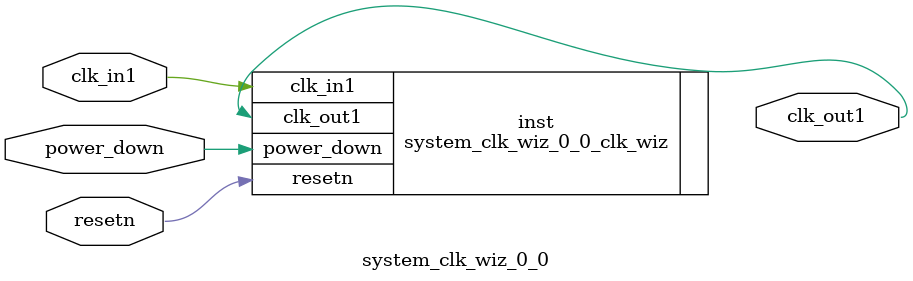
<source format=v>


`timescale 1ps/1ps

(* CORE_GENERATION_INFO = "system_clk_wiz_0_0,clk_wiz_v6_0_5_0_0,{component_name=system_clk_wiz_0_0,use_phase_alignment=true,use_min_o_jitter=false,use_max_i_jitter=false,use_dyn_phase_shift=false,use_inclk_switchover=false,use_dyn_reconfig=false,enable_axi=0,feedback_source=FDBK_AUTO,PRIMITIVE=PLL,num_out_clk=1,clkin1_period=8.000,clkin2_period=10.0,use_power_down=true,use_reset=true,use_locked=false,use_inclk_stopped=false,feedback_type=SINGLE,CLOCK_MGR_TYPE=NA,manual_override=false}" *)

module system_clk_wiz_0_0 
 (
  // Clock out ports
  output        clk_out1,
  // Status and control signals
  input         resetn,
  input         power_down,
 // Clock in ports
  input         clk_in1
 );

  system_clk_wiz_0_0_clk_wiz inst
  (
  // Clock out ports  
  .clk_out1(clk_out1),
  // Status and control signals               
  .resetn(resetn), 
  .power_down(power_down),
 // Clock in ports
  .clk_in1(clk_in1)
  );

endmodule

</source>
